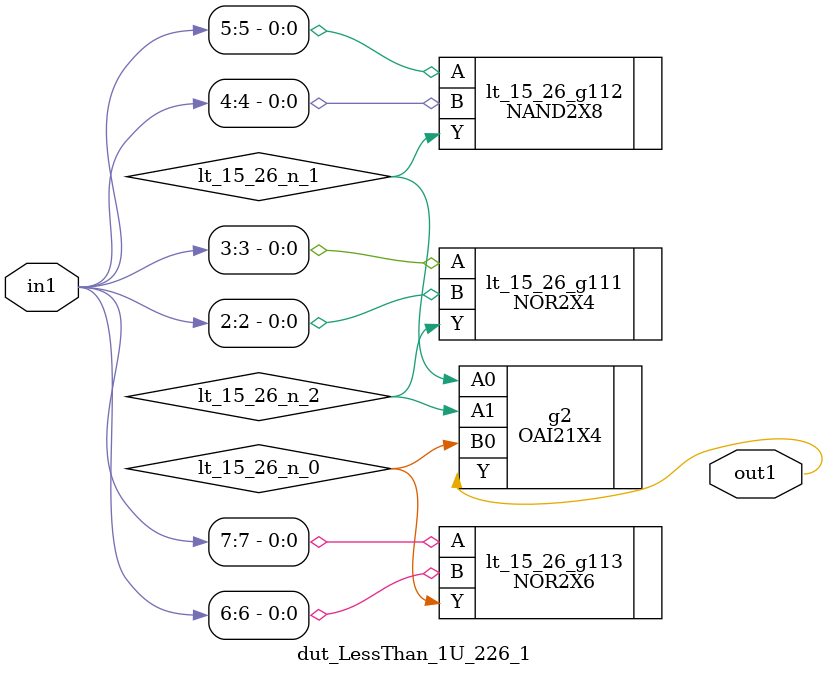
<source format=v>
`timescale 1ps / 1ps


module dut_LessThan_1U_226_1(in1, out1);
  input [7:0] in1;
  output out1;
  wire [7:0] in1;
  wire out1;
  wire lt_15_26_n_0, lt_15_26_n_1, lt_15_26_n_2;
  NOR2X4 lt_15_26_g111(.A (in1[3]), .B (in1[2]), .Y (lt_15_26_n_2));
  NAND2X8 lt_15_26_g112(.A (in1[5]), .B (in1[4]), .Y (lt_15_26_n_1));
  NOR2X6 lt_15_26_g113(.A (in1[7]), .B (in1[6]), .Y (lt_15_26_n_0));
  OAI21X4 g2(.A0 (lt_15_26_n_1), .A1 (lt_15_26_n_2), .B0
       (lt_15_26_n_0), .Y (out1));
endmodule



</source>
